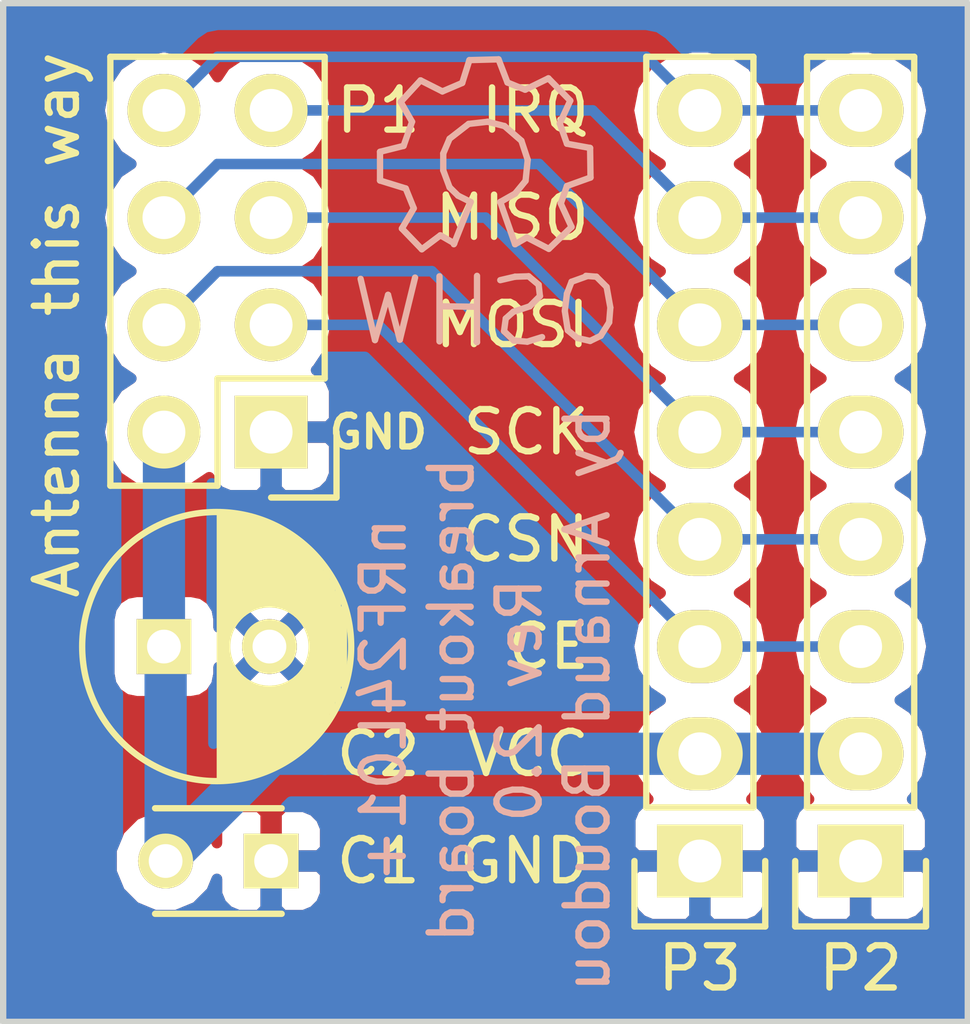
<source format=kicad_pcb>
(kicad_pcb (version 4) (host pcbnew 4.0.2-stable)

  (general
    (links 20)
    (no_connects 0)
    (area 156.491786 92.27588 182.908334 118.375)
    (thickness 1.6)
    (drawings 15)
    (tracks 29)
    (zones 0)
    (modules 6)
    (nets 9)
  )

  (page A4)
  (title_block
    (title "nRF24L01 Breakout Board")
    (date 2016-06-10)
    (rev 2.0)
    (company "Arnaud Boudou")
  )

  (layers
    (0 F.Cu signal)
    (31 B.Cu signal)
    (32 B.Adhes user)
    (33 F.Adhes user)
    (34 B.Paste user)
    (35 F.Paste user)
    (36 B.SilkS user)
    (37 F.SilkS user)
    (38 B.Mask user)
    (39 F.Mask user)
    (40 Dwgs.User user)
    (41 Cmts.User user)
    (42 Eco1.User user)
    (43 Eco2.User user)
    (44 Edge.Cuts user)
    (45 Margin user)
    (46 B.CrtYd user hide)
    (47 F.CrtYd user hide)
    (48 B.Fab user hide)
    (49 F.Fab user hide)
  )

  (setup
    (last_trace_width 0.25)
    (user_trace_width 1)
    (trace_clearance 0.2)
    (zone_clearance 0.508)
    (zone_45_only no)
    (trace_min 0.2)
    (segment_width 0.2)
    (edge_width 0.15)
    (via_size 0.6)
    (via_drill 0.4)
    (via_min_size 0.4)
    (via_min_drill 0.3)
    (uvia_size 0.3)
    (uvia_drill 0.1)
    (uvias_allowed no)
    (uvia_min_size 0.2)
    (uvia_min_drill 0.1)
    (pcb_text_width 0.3)
    (pcb_text_size 1.5 1.5)
    (mod_edge_width 0.15)
    (mod_text_size 1 1)
    (mod_text_width 0.15)
    (pad_size 1.524 1.524)
    (pad_drill 0.762)
    (pad_to_mask_clearance 0.2)
    (aux_axis_origin 0 0)
    (visible_elements FFFFFF7F)
    (pcbplotparams
      (layerselection 0x010f0_80000001)
      (usegerberextensions true)
      (excludeedgelayer true)
      (linewidth 0.100000)
      (plotframeref false)
      (viasonmask false)
      (mode 1)
      (useauxorigin false)
      (hpglpennumber 1)
      (hpglpenspeed 20)
      (hpglpendiameter 15)
      (hpglpenoverlay 2)
      (psnegative false)
      (psa4output false)
      (plotreference true)
      (plotvalue true)
      (plotinvisibletext false)
      (padsonsilk false)
      (subtractmaskfromsilk false)
      (outputformat 1)
      (mirror false)
      (drillshape 0)
      (scaleselection 1)
      (outputdirectory Gerber/))
  )

  (net 0 "")
  (net 1 GNDPWR)
  (net 2 "Net-(C1-Pad2)")
  (net 3 "Net-(P1-Pad3)")
  (net 4 "Net-(P1-Pad4)")
  (net 5 "Net-(P1-Pad5)")
  (net 6 "Net-(P1-Pad6)")
  (net 7 "Net-(P1-Pad7)")
  (net 8 "Net-(P1-Pad8)")

  (net_class Default "This is the default net class."
    (clearance 0.2)
    (trace_width 0.25)
    (via_dia 0.6)
    (via_drill 0.4)
    (uvia_dia 0.3)
    (uvia_drill 0.1)
    (add_net GNDPWR)
    (add_net "Net-(C1-Pad2)")
    (add_net "Net-(P1-Pad3)")
    (add_net "Net-(P1-Pad4)")
    (add_net "Net-(P1-Pad5)")
    (add_net "Net-(P1-Pad6)")
    (add_net "Net-(P1-Pad7)")
    (add_net "Net-(P1-Pad8)")
  )

  (module Capacitors_ThroughHole:C_Disc_D3_P2.5 (layer F.Cu) (tedit 575AB21A) (tstamp 57420ED9)
    (at 163.83 114.3 180)
    (descr "Capacitor 3mm Disc, Pitch 2.5mm")
    (tags Capacitor)
    (path /57420B11)
    (fp_text reference C1 (at -2.54 0 180) (layer F.SilkS)
      (effects (font (size 1 1) (thickness 0.15)))
    )
    (fp_text value "100 µF" (at 1.25 2.5 180) (layer F.Fab) hide
      (effects (font (size 1 1) (thickness 0.15)))
    )
    (fp_line (start -0.9 -1.5) (end 3.4 -1.5) (layer F.CrtYd) (width 0.05))
    (fp_line (start 3.4 -1.5) (end 3.4 1.5) (layer F.CrtYd) (width 0.05))
    (fp_line (start 3.4 1.5) (end -0.9 1.5) (layer F.CrtYd) (width 0.05))
    (fp_line (start -0.9 1.5) (end -0.9 -1.5) (layer F.CrtYd) (width 0.05))
    (fp_line (start -0.25 -1.25) (end 2.75 -1.25) (layer F.SilkS) (width 0.15))
    (fp_line (start 2.75 1.25) (end -0.25 1.25) (layer F.SilkS) (width 0.15))
    (pad 1 thru_hole rect (at 0 0 180) (size 1.3 1.3) (drill 0.8) (layers *.Cu *.Mask F.SilkS)
      (net 1 GNDPWR))
    (pad 2 thru_hole circle (at 2.5 0 180) (size 1.3 1.3) (drill 0.8001) (layers *.Cu *.Mask F.SilkS)
      (net 2 "Net-(C1-Pad2)"))
    (model Capacitors_ThroughHole.3dshapes/C_Disc_D3_P2.5.wrl
      (at (xyz 0.0492126 0 0))
      (scale (xyz 1 1 1))
      (rotate (xyz 0 0 0))
    )
  )

  (module Capacitors_ThroughHole:C_Radial_D6.3_L11.2_P2.5 (layer F.Cu) (tedit 5747F325) (tstamp 57420EDF)
    (at 161.29 109.22)
    (descr "Radial Electrolytic Capacitor, Diameter 6.3mm x Length 11.2mm, Pitch 2.5mm")
    (tags "Electrolytic Capacitor")
    (path /57420B4A)
    (fp_text reference C2 (at 5.08 2.54) (layer F.SilkS)
      (effects (font (size 1 1) (thickness 0.15)))
    )
    (fp_text value "0.1 µF" (at 1.25 4.4) (layer F.Fab) hide
      (effects (font (size 1 1) (thickness 0.15)))
    )
    (fp_line (start 1.325 -3.149) (end 1.325 3.149) (layer F.SilkS) (width 0.15))
    (fp_line (start 1.465 -3.143) (end 1.465 3.143) (layer F.SilkS) (width 0.15))
    (fp_line (start 1.605 -3.13) (end 1.605 -0.446) (layer F.SilkS) (width 0.15))
    (fp_line (start 1.605 0.446) (end 1.605 3.13) (layer F.SilkS) (width 0.15))
    (fp_line (start 1.745 -3.111) (end 1.745 -0.656) (layer F.SilkS) (width 0.15))
    (fp_line (start 1.745 0.656) (end 1.745 3.111) (layer F.SilkS) (width 0.15))
    (fp_line (start 1.885 -3.085) (end 1.885 -0.789) (layer F.SilkS) (width 0.15))
    (fp_line (start 1.885 0.789) (end 1.885 3.085) (layer F.SilkS) (width 0.15))
    (fp_line (start 2.025 -3.053) (end 2.025 -0.88) (layer F.SilkS) (width 0.15))
    (fp_line (start 2.025 0.88) (end 2.025 3.053) (layer F.SilkS) (width 0.15))
    (fp_line (start 2.165 -3.014) (end 2.165 -0.942) (layer F.SilkS) (width 0.15))
    (fp_line (start 2.165 0.942) (end 2.165 3.014) (layer F.SilkS) (width 0.15))
    (fp_line (start 2.305 -2.968) (end 2.305 -0.981) (layer F.SilkS) (width 0.15))
    (fp_line (start 2.305 0.981) (end 2.305 2.968) (layer F.SilkS) (width 0.15))
    (fp_line (start 2.445 -2.915) (end 2.445 -0.998) (layer F.SilkS) (width 0.15))
    (fp_line (start 2.445 0.998) (end 2.445 2.915) (layer F.SilkS) (width 0.15))
    (fp_line (start 2.585 -2.853) (end 2.585 -0.996) (layer F.SilkS) (width 0.15))
    (fp_line (start 2.585 0.996) (end 2.585 2.853) (layer F.SilkS) (width 0.15))
    (fp_line (start 2.725 -2.783) (end 2.725 -0.974) (layer F.SilkS) (width 0.15))
    (fp_line (start 2.725 0.974) (end 2.725 2.783) (layer F.SilkS) (width 0.15))
    (fp_line (start 2.865 -2.704) (end 2.865 -0.931) (layer F.SilkS) (width 0.15))
    (fp_line (start 2.865 0.931) (end 2.865 2.704) (layer F.SilkS) (width 0.15))
    (fp_line (start 3.005 -2.616) (end 3.005 -0.863) (layer F.SilkS) (width 0.15))
    (fp_line (start 3.005 0.863) (end 3.005 2.616) (layer F.SilkS) (width 0.15))
    (fp_line (start 3.145 -2.516) (end 3.145 -0.764) (layer F.SilkS) (width 0.15))
    (fp_line (start 3.145 0.764) (end 3.145 2.516) (layer F.SilkS) (width 0.15))
    (fp_line (start 3.285 -2.404) (end 3.285 -0.619) (layer F.SilkS) (width 0.15))
    (fp_line (start 3.285 0.619) (end 3.285 2.404) (layer F.SilkS) (width 0.15))
    (fp_line (start 3.425 -2.279) (end 3.425 -0.38) (layer F.SilkS) (width 0.15))
    (fp_line (start 3.425 0.38) (end 3.425 2.279) (layer F.SilkS) (width 0.15))
    (fp_line (start 3.565 -2.136) (end 3.565 2.136) (layer F.SilkS) (width 0.15))
    (fp_line (start 3.705 -1.974) (end 3.705 1.974) (layer F.SilkS) (width 0.15))
    (fp_line (start 3.845 -1.786) (end 3.845 1.786) (layer F.SilkS) (width 0.15))
    (fp_line (start 3.985 -1.563) (end 3.985 1.563) (layer F.SilkS) (width 0.15))
    (fp_line (start 4.125 -1.287) (end 4.125 1.287) (layer F.SilkS) (width 0.15))
    (fp_line (start 4.265 -0.912) (end 4.265 0.912) (layer F.SilkS) (width 0.15))
    (fp_circle (center 2.5 0) (end 2.5 -1) (layer F.SilkS) (width 0.15))
    (fp_circle (center 1.25 0) (end 1.25 -3.1875) (layer F.SilkS) (width 0.15))
    (fp_circle (center 1.25 0) (end 1.25 -3.4) (layer F.CrtYd) (width 0.05))
    (pad 2 thru_hole circle (at 2.5 0) (size 1.3 1.3) (drill 0.8) (layers *.Cu *.Mask F.SilkS)
      (net 1 GNDPWR))
    (pad 1 thru_hole rect (at 0 0) (size 1.3 1.3) (drill 0.8) (layers *.Cu *.Mask F.SilkS)
      (net 2 "Net-(C1-Pad2)"))
    (model Capacitors_ThroughHole.3dshapes/C_Radial_D6.3_L11.2_P2.5.wrl
      (at (xyz 0 0 0))
      (scale (xyz 1 1 1))
      (rotate (xyz 0 0 0))
    )
  )

  (module Pin_Headers:Pin_Header_Straight_2x04 (layer F.Cu) (tedit 575AAF3D) (tstamp 57420EEB)
    (at 163.83 104.14 180)
    (descr "Through hole pin header")
    (tags "pin header")
    (path /5742095D)
    (fp_text reference P1 (at -2.54 7.62 180) (layer F.SilkS)
      (effects (font (size 1 1) (thickness 0.15)))
    )
    (fp_text value CONN_02X04 (at 0 -3.1 180) (layer F.Fab) hide
      (effects (font (size 1 1) (thickness 0.15)))
    )
    (fp_line (start -1.75 -1.75) (end -1.75 9.4) (layer F.CrtYd) (width 0.05))
    (fp_line (start 4.3 -1.75) (end 4.3 9.4) (layer F.CrtYd) (width 0.05))
    (fp_line (start -1.75 -1.75) (end 4.3 -1.75) (layer F.CrtYd) (width 0.05))
    (fp_line (start -1.75 9.4) (end 4.3 9.4) (layer F.CrtYd) (width 0.05))
    (fp_line (start -1.27 1.27) (end -1.27 8.89) (layer F.SilkS) (width 0.15))
    (fp_line (start -1.27 8.89) (end 3.81 8.89) (layer F.SilkS) (width 0.15))
    (fp_line (start 3.81 8.89) (end 3.81 -1.27) (layer F.SilkS) (width 0.15))
    (fp_line (start 3.81 -1.27) (end 1.27 -1.27) (layer F.SilkS) (width 0.15))
    (fp_line (start 0 -1.55) (end -1.55 -1.55) (layer F.SilkS) (width 0.15))
    (fp_line (start 1.27 -1.27) (end 1.27 1.27) (layer F.SilkS) (width 0.15))
    (fp_line (start 1.27 1.27) (end -1.27 1.27) (layer F.SilkS) (width 0.15))
    (fp_line (start -1.55 -1.55) (end -1.55 0) (layer F.SilkS) (width 0.15))
    (pad 1 thru_hole rect (at 0 0 180) (size 1.7272 1.7272) (drill 1.016) (layers *.Cu *.Mask F.SilkS)
      (net 1 GNDPWR))
    (pad 2 thru_hole oval (at 2.54 0 180) (size 1.7272 1.7272) (drill 1.016) (layers *.Cu *.Mask F.SilkS)
      (net 2 "Net-(C1-Pad2)"))
    (pad 3 thru_hole oval (at 0 2.54 180) (size 1.7272 1.7272) (drill 1.016) (layers *.Cu *.Mask F.SilkS)
      (net 3 "Net-(P1-Pad3)"))
    (pad 4 thru_hole oval (at 2.54 2.54 180) (size 1.7272 1.7272) (drill 1.016) (layers *.Cu *.Mask F.SilkS)
      (net 4 "Net-(P1-Pad4)"))
    (pad 5 thru_hole oval (at 0 5.08 180) (size 1.7272 1.7272) (drill 1.016) (layers *.Cu *.Mask F.SilkS)
      (net 5 "Net-(P1-Pad5)"))
    (pad 6 thru_hole oval (at 2.54 5.08 180) (size 1.7272 1.7272) (drill 1.016) (layers *.Cu *.Mask F.SilkS)
      (net 6 "Net-(P1-Pad6)"))
    (pad 7 thru_hole oval (at 0 7.62 180) (size 1.7272 1.7272) (drill 1.016) (layers *.Cu *.Mask F.SilkS)
      (net 7 "Net-(P1-Pad7)"))
    (pad 8 thru_hole oval (at 2.54 7.62 180) (size 1.7272 1.7272) (drill 1.016) (layers *.Cu *.Mask F.SilkS)
      (net 8 "Net-(P1-Pad8)"))
    (model Pin_Headers.3dshapes/Pin_Header_Straight_2x04.wrl
      (at (xyz 0.05 -0.15 0))
      (scale (xyz 1 1 1))
      (rotate (xyz 0 0 90))
    )
  )

  (module Pin_Headers:Pin_Header_Straight_1x08 (layer F.Cu) (tedit 5747F022) (tstamp 57420EF7)
    (at 177.8 114.3 180)
    (descr "Through hole pin header")
    (tags "pin header")
    (path /574209FC)
    (fp_text reference P2 (at 0 -2.54 180) (layer F.SilkS)
      (effects (font (size 1 1) (thickness 0.15)))
    )
    (fp_text value CONN_01X08 (at 0 -3.1 180) (layer F.Fab) hide
      (effects (font (size 1 1) (thickness 0.15)))
    )
    (fp_line (start -1.75 -1.75) (end -1.75 19.55) (layer F.CrtYd) (width 0.05))
    (fp_line (start 1.75 -1.75) (end 1.75 19.55) (layer F.CrtYd) (width 0.05))
    (fp_line (start -1.75 -1.75) (end 1.75 -1.75) (layer F.CrtYd) (width 0.05))
    (fp_line (start -1.75 19.55) (end 1.75 19.55) (layer F.CrtYd) (width 0.05))
    (fp_line (start 1.27 1.27) (end 1.27 19.05) (layer F.SilkS) (width 0.15))
    (fp_line (start 1.27 19.05) (end -1.27 19.05) (layer F.SilkS) (width 0.15))
    (fp_line (start -1.27 19.05) (end -1.27 1.27) (layer F.SilkS) (width 0.15))
    (fp_line (start 1.55 -1.55) (end 1.55 0) (layer F.SilkS) (width 0.15))
    (fp_line (start 1.27 1.27) (end -1.27 1.27) (layer F.SilkS) (width 0.15))
    (fp_line (start -1.55 0) (end -1.55 -1.55) (layer F.SilkS) (width 0.15))
    (fp_line (start -1.55 -1.55) (end 1.55 -1.55) (layer F.SilkS) (width 0.15))
    (pad 1 thru_hole rect (at 0 0 180) (size 2.032 1.7272) (drill 1.016) (layers *.Cu *.Mask F.SilkS)
      (net 1 GNDPWR))
    (pad 2 thru_hole oval (at 0 2.54 180) (size 2.032 1.7272) (drill 1.016) (layers *.Cu *.Mask F.SilkS)
      (net 2 "Net-(C1-Pad2)"))
    (pad 3 thru_hole oval (at 0 5.08 180) (size 2.032 1.7272) (drill 1.016) (layers *.Cu *.Mask F.SilkS)
      (net 3 "Net-(P1-Pad3)"))
    (pad 4 thru_hole oval (at 0 7.62 180) (size 2.032 1.7272) (drill 1.016) (layers *.Cu *.Mask F.SilkS)
      (net 4 "Net-(P1-Pad4)"))
    (pad 5 thru_hole oval (at 0 10.16 180) (size 2.032 1.7272) (drill 1.016) (layers *.Cu *.Mask F.SilkS)
      (net 5 "Net-(P1-Pad5)"))
    (pad 6 thru_hole oval (at 0 12.7 180) (size 2.032 1.7272) (drill 1.016) (layers *.Cu *.Mask F.SilkS)
      (net 6 "Net-(P1-Pad6)"))
    (pad 7 thru_hole oval (at 0 15.24 180) (size 2.032 1.7272) (drill 1.016) (layers *.Cu *.Mask F.SilkS)
      (net 7 "Net-(P1-Pad7)"))
    (pad 8 thru_hole oval (at 0 17.78 180) (size 2.032 1.7272) (drill 1.016) (layers *.Cu *.Mask F.SilkS)
      (net 8 "Net-(P1-Pad8)"))
    (model Pin_Headers.3dshapes/Pin_Header_Straight_1x08.wrl
      (at (xyz 0 -0.35 0))
      (scale (xyz 1 1 1))
      (rotate (xyz 0 0 90))
    )
  )

  (module Pin_Headers:Pin_Header_Straight_1x08 (layer F.Cu) (tedit 5747F01C) (tstamp 57420F03)
    (at 173.99 114.3 180)
    (descr "Through hole pin header")
    (tags "pin header")
    (path /57420994)
    (fp_text reference P3 (at 0 -2.54 180) (layer F.SilkS)
      (effects (font (size 1 1) (thickness 0.15)))
    )
    (fp_text value CONN_01X08 (at 0 -3.1 180) (layer F.Fab) hide
      (effects (font (size 1 1) (thickness 0.15)))
    )
    (fp_line (start -1.75 -1.75) (end -1.75 19.55) (layer F.CrtYd) (width 0.05))
    (fp_line (start 1.75 -1.75) (end 1.75 19.55) (layer F.CrtYd) (width 0.05))
    (fp_line (start -1.75 -1.75) (end 1.75 -1.75) (layer F.CrtYd) (width 0.05))
    (fp_line (start -1.75 19.55) (end 1.75 19.55) (layer F.CrtYd) (width 0.05))
    (fp_line (start 1.27 1.27) (end 1.27 19.05) (layer F.SilkS) (width 0.15))
    (fp_line (start 1.27 19.05) (end -1.27 19.05) (layer F.SilkS) (width 0.15))
    (fp_line (start -1.27 19.05) (end -1.27 1.27) (layer F.SilkS) (width 0.15))
    (fp_line (start 1.55 -1.55) (end 1.55 0) (layer F.SilkS) (width 0.15))
    (fp_line (start 1.27 1.27) (end -1.27 1.27) (layer F.SilkS) (width 0.15))
    (fp_line (start -1.55 0) (end -1.55 -1.55) (layer F.SilkS) (width 0.15))
    (fp_line (start -1.55 -1.55) (end 1.55 -1.55) (layer F.SilkS) (width 0.15))
    (pad 1 thru_hole rect (at 0 0 180) (size 2.032 1.7272) (drill 1.016) (layers *.Cu *.Mask F.SilkS)
      (net 1 GNDPWR))
    (pad 2 thru_hole oval (at 0 2.54 180) (size 2.032 1.7272) (drill 1.016) (layers *.Cu *.Mask F.SilkS)
      (net 2 "Net-(C1-Pad2)"))
    (pad 3 thru_hole oval (at 0 5.08 180) (size 2.032 1.7272) (drill 1.016) (layers *.Cu *.Mask F.SilkS)
      (net 3 "Net-(P1-Pad3)"))
    (pad 4 thru_hole oval (at 0 7.62 180) (size 2.032 1.7272) (drill 1.016) (layers *.Cu *.Mask F.SilkS)
      (net 4 "Net-(P1-Pad4)"))
    (pad 5 thru_hole oval (at 0 10.16 180) (size 2.032 1.7272) (drill 1.016) (layers *.Cu *.Mask F.SilkS)
      (net 5 "Net-(P1-Pad5)"))
    (pad 6 thru_hole oval (at 0 12.7 180) (size 2.032 1.7272) (drill 1.016) (layers *.Cu *.Mask F.SilkS)
      (net 6 "Net-(P1-Pad6)"))
    (pad 7 thru_hole oval (at 0 15.24 180) (size 2.032 1.7272) (drill 1.016) (layers *.Cu *.Mask F.SilkS)
      (net 7 "Net-(P1-Pad7)"))
    (pad 8 thru_hole oval (at 0 17.78 180) (size 2.032 1.7272) (drill 1.016) (layers *.Cu *.Mask F.SilkS)
      (net 8 "Net-(P1-Pad8)"))
    (model Pin_Headers.3dshapes/Pin_Header_Straight_1x08.wrl
      (at (xyz 0 -0.35 0))
      (scale (xyz 1 1 1))
      (rotate (xyz 0 0 90))
    )
  )

  (module Symbols:Symbol_OSHW-Logo_SilkScreen (layer B.Cu) (tedit 574826DF) (tstamp 574EC7CF)
    (at 168.91 97.79 180)
    (descr "Symbol, OSHW-Logo, Silk Screen,")
    (tags "Symbol, OSHW-Logo, Silk Screen,")
    (fp_text reference REF** (at 0.09906 4.38912 180) (layer B.SilkS) hide
      (effects (font (size 1 1) (thickness 0.15)) (justify mirror))
    )
    (fp_text value Symbol_OSHW-Logo_SilkScreen (at 0.30988 -6.56082 180) (layer B.Fab)
      (effects (font (size 1 1) (thickness 0.15)) (justify mirror))
    )
    (fp_line (start 1.66878 -2.68986) (end 2.02946 -4.16052) (layer B.SilkS) (width 0.15))
    (fp_line (start 2.02946 -4.16052) (end 2.30886 -3.0988) (layer B.SilkS) (width 0.15))
    (fp_line (start 2.30886 -3.0988) (end 2.61874 -4.17068) (layer B.SilkS) (width 0.15))
    (fp_line (start 2.61874 -4.17068) (end 2.9591 -2.72034) (layer B.SilkS) (width 0.15))
    (fp_line (start 0.24892 -3.38074) (end 1.03886 -3.37058) (layer B.SilkS) (width 0.15))
    (fp_line (start 1.03886 -3.37058) (end 1.04902 -3.38074) (layer B.SilkS) (width 0.15))
    (fp_line (start 1.04902 -3.38074) (end 1.04902 -3.37058) (layer B.SilkS) (width 0.15))
    (fp_line (start 1.08966 -2.65938) (end 1.08966 -4.20116) (layer B.SilkS) (width 0.15))
    (fp_line (start 0.20066 -2.64922) (end 0.20066 -4.21894) (layer B.SilkS) (width 0.15))
    (fp_line (start 0.20066 -4.21894) (end 0.21082 -4.20878) (layer B.SilkS) (width 0.15))
    (fp_line (start -0.35052 -2.75082) (end -0.70104 -2.66954) (layer B.SilkS) (width 0.15))
    (fp_line (start -0.70104 -2.66954) (end -1.02108 -2.65938) (layer B.SilkS) (width 0.15))
    (fp_line (start -1.02108 -2.65938) (end -1.25984 -2.86004) (layer B.SilkS) (width 0.15))
    (fp_line (start -1.25984 -2.86004) (end -1.29032 -3.12928) (layer B.SilkS) (width 0.15))
    (fp_line (start -1.29032 -3.12928) (end -1.04902 -3.37058) (layer B.SilkS) (width 0.15))
    (fp_line (start -1.04902 -3.37058) (end -0.6604 -3.50012) (layer B.SilkS) (width 0.15))
    (fp_line (start -0.6604 -3.50012) (end -0.48006 -3.66014) (layer B.SilkS) (width 0.15))
    (fp_line (start -0.48006 -3.66014) (end -0.43942 -3.95986) (layer B.SilkS) (width 0.15))
    (fp_line (start -0.43942 -3.95986) (end -0.67056 -4.18084) (layer B.SilkS) (width 0.15))
    (fp_line (start -0.67056 -4.18084) (end -0.9906 -4.20878) (layer B.SilkS) (width 0.15))
    (fp_line (start -0.9906 -4.20878) (end -1.34112 -4.09956) (layer B.SilkS) (width 0.15))
    (fp_line (start -2.37998 -2.64922) (end -2.6289 -2.66954) (layer B.SilkS) (width 0.15))
    (fp_line (start -2.6289 -2.66954) (end -2.8702 -2.91084) (layer B.SilkS) (width 0.15))
    (fp_line (start -2.8702 -2.91084) (end -2.9591 -3.40106) (layer B.SilkS) (width 0.15))
    (fp_line (start -2.9591 -3.40106) (end -2.93116 -3.74904) (layer B.SilkS) (width 0.15))
    (fp_line (start -2.93116 -3.74904) (end -2.7305 -4.06908) (layer B.SilkS) (width 0.15))
    (fp_line (start -2.7305 -4.06908) (end -2.47904 -4.191) (layer B.SilkS) (width 0.15))
    (fp_line (start -2.47904 -4.191) (end -2.16916 -4.11988) (layer B.SilkS) (width 0.15))
    (fp_line (start -2.16916 -4.11988) (end -1.95072 -3.93954) (layer B.SilkS) (width 0.15))
    (fp_line (start -1.95072 -3.93954) (end -1.8796 -3.4798) (layer B.SilkS) (width 0.15))
    (fp_line (start -1.8796 -3.4798) (end -1.9304 -3.07086) (layer B.SilkS) (width 0.15))
    (fp_line (start -1.9304 -3.07086) (end -2.03962 -2.78892) (layer B.SilkS) (width 0.15))
    (fp_line (start -2.03962 -2.78892) (end -2.4003 -2.65938) (layer B.SilkS) (width 0.15))
    (fp_line (start -1.78054 -0.92964) (end -2.03962 -1.49098) (layer B.SilkS) (width 0.15))
    (fp_line (start -2.03962 -1.49098) (end -1.50114 -2.00914) (layer B.SilkS) (width 0.15))
    (fp_line (start -1.50114 -2.00914) (end -0.98044 -1.7399) (layer B.SilkS) (width 0.15))
    (fp_line (start -0.98044 -1.7399) (end -0.70104 -1.89992) (layer B.SilkS) (width 0.15))
    (fp_line (start 0.73914 -1.8796) (end 1.06934 -1.6891) (layer B.SilkS) (width 0.15))
    (fp_line (start 1.06934 -1.6891) (end 1.50876 -2.0193) (layer B.SilkS) (width 0.15))
    (fp_line (start 1.50876 -2.0193) (end 1.9812 -1.52908) (layer B.SilkS) (width 0.15))
    (fp_line (start 1.9812 -1.52908) (end 1.69926 -1.04902) (layer B.SilkS) (width 0.15))
    (fp_line (start 1.69926 -1.04902) (end 1.88976 -0.57912) (layer B.SilkS) (width 0.15))
    (fp_line (start 1.88976 -0.57912) (end 2.49936 -0.39116) (layer B.SilkS) (width 0.15))
    (fp_line (start 2.49936 -0.39116) (end 2.49936 0.28956) (layer B.SilkS) (width 0.15))
    (fp_line (start 2.49936 0.28956) (end 1.94056 0.42926) (layer B.SilkS) (width 0.15))
    (fp_line (start 1.94056 0.42926) (end 1.7399 1.00076) (layer B.SilkS) (width 0.15))
    (fp_line (start 1.7399 1.00076) (end 2.00914 1.47066) (layer B.SilkS) (width 0.15))
    (fp_line (start 2.00914 1.47066) (end 1.53924 1.9812) (layer B.SilkS) (width 0.15))
    (fp_line (start 1.53924 1.9812) (end 1.02108 1.71958) (layer B.SilkS) (width 0.15))
    (fp_line (start 1.02108 1.71958) (end 0.55118 1.92024) (layer B.SilkS) (width 0.15))
    (fp_line (start 0.55118 1.92024) (end 0.381 2.46126) (layer B.SilkS) (width 0.15))
    (fp_line (start 0.381 2.46126) (end -0.30988 2.47904) (layer B.SilkS) (width 0.15))
    (fp_line (start -0.30988 2.47904) (end -0.5207 1.9304) (layer B.SilkS) (width 0.15))
    (fp_line (start -0.5207 1.9304) (end -0.9398 1.76022) (layer B.SilkS) (width 0.15))
    (fp_line (start -0.9398 1.76022) (end -1.49098 2.02946) (layer B.SilkS) (width 0.15))
    (fp_line (start -1.49098 2.02946) (end -2.00914 1.50114) (layer B.SilkS) (width 0.15))
    (fp_line (start -2.00914 1.50114) (end -1.76022 0.96012) (layer B.SilkS) (width 0.15))
    (fp_line (start -1.76022 0.96012) (end -1.9304 0.48006) (layer B.SilkS) (width 0.15))
    (fp_line (start -1.9304 0.48006) (end -2.47904 0.381) (layer B.SilkS) (width 0.15))
    (fp_line (start -2.47904 0.381) (end -2.4892 -0.32004) (layer B.SilkS) (width 0.15))
    (fp_line (start -2.4892 -0.32004) (end -1.9304 -0.5207) (layer B.SilkS) (width 0.15))
    (fp_line (start -1.9304 -0.5207) (end -1.7907 -0.91948) (layer B.SilkS) (width 0.15))
    (fp_line (start 0.35052 -0.89916) (end 0.65024 -0.7493) (layer B.SilkS) (width 0.15))
    (fp_line (start 0.65024 -0.7493) (end 0.8509 -0.55118) (layer B.SilkS) (width 0.15))
    (fp_line (start 0.8509 -0.55118) (end 1.00076 -0.14986) (layer B.SilkS) (width 0.15))
    (fp_line (start 1.00076 -0.14986) (end 1.00076 0.24892) (layer B.SilkS) (width 0.15))
    (fp_line (start 1.00076 0.24892) (end 0.8509 0.59944) (layer B.SilkS) (width 0.15))
    (fp_line (start 0.8509 0.59944) (end 0.39878 0.94996) (layer B.SilkS) (width 0.15))
    (fp_line (start 0.39878 0.94996) (end -0.0508 1.00076) (layer B.SilkS) (width 0.15))
    (fp_line (start -0.0508 1.00076) (end -0.44958 0.89916) (layer B.SilkS) (width 0.15))
    (fp_line (start -0.44958 0.89916) (end -0.8509 0.55118) (layer B.SilkS) (width 0.15))
    (fp_line (start -0.8509 0.55118) (end -1.00076 0.09906) (layer B.SilkS) (width 0.15))
    (fp_line (start -1.00076 0.09906) (end -0.94996 -0.39878) (layer B.SilkS) (width 0.15))
    (fp_line (start -0.94996 -0.39878) (end -0.70104 -0.70104) (layer B.SilkS) (width 0.15))
    (fp_line (start -0.70104 -0.70104) (end -0.35052 -0.89916) (layer B.SilkS) (width 0.15))
    (fp_line (start -0.35052 -0.89916) (end -0.70104 -1.89992) (layer B.SilkS) (width 0.15))
    (fp_line (start 0.35052 -0.89916) (end 0.7493 -1.89992) (layer B.SilkS) (width 0.15))
  )

  (gr_line (start 157.48 118.11) (end 157.48 93.98) (angle 90) (layer Edge.Cuts) (width 0.15))
  (gr_line (start 180.34 118.11) (end 157.48 118.11) (angle 90) (layer Edge.Cuts) (width 0.15))
  (gr_line (start 180.34 93.98) (end 180.34 118.11) (angle 90) (layer Edge.Cuts) (width 0.15))
  (gr_line (start 157.48 93.98) (end 180.34 93.98) (angle 90) (layer Edge.Cuts) (width 0.15))
  (gr_text "Antenna this way" (at 158.75 101.6 90) (layer F.SilkS)
    (effects (font (size 1 1) (thickness 0.15)))
  )
  (gr_text IRQ (at 171.45 96.52) (layer F.SilkS)
    (effects (font (size 1 1) (thickness 0.15)) (justify right))
  )
  (gr_text MISO (at 171.45 99.06) (layer F.SilkS)
    (effects (font (size 1 1) (thickness 0.15)) (justify right))
  )
  (gr_text MOSI (at 171.45 101.6) (layer F.SilkS)
    (effects (font (size 1 1) (thickness 0.15)) (justify right))
  )
  (gr_text SCK (at 171.45 104.14) (layer F.SilkS)
    (effects (font (size 1 1) (thickness 0.15)) (justify right))
  )
  (gr_text CSN (at 171.45 106.68) (layer F.SilkS)
    (effects (font (size 1 1) (thickness 0.15)) (justify right))
  )
  (gr_text CE (at 171.45 109.22) (layer F.SilkS)
    (effects (font (size 1 1) (thickness 0.15)) (justify right))
  )
  (gr_text VCC (at 171.45 111.76) (layer F.SilkS)
    (effects (font (size 1 1) (thickness 0.15)) (justify right))
  )
  (gr_text GND (at 171.45 114.3) (layer F.SilkS)
    (effects (font (size 1 1) (thickness 0.15)) (justify right))
  )
  (gr_text "nRF24L01+\nbreakout board\nRev 2.0\nby Arnaud Boudou" (at 168.91 110.49 90) (layer B.SilkS)
    (effects (font (size 1 1) (thickness 0.15)) (justify mirror))
  )
  (gr_text GND (at 166.37 104.14) (layer F.SilkS)
    (effects (font (size 0.75 0.75) (thickness 0.15)))
  )

  (segment (start 177.8 111.76) (end 173.99 111.76) (width 1) (layer B.Cu) (net 2))
  (segment (start 173.99 111.76) (end 165.1 111.76) (width 1) (layer B.Cu) (net 2) (tstamp 575AB2B9))
  (segment (start 165.1 111.76) (end 163.83 111.76) (width 1) (layer B.Cu) (net 2) (tstamp 575AB2BB))
  (segment (start 163.83 111.76) (end 161.33 114.26) (width 1) (layer B.Cu) (net 2) (tstamp 575AB2C2))
  (segment (start 161.33 114.26) (end 161.33 109.26) (width 1) (layer B.Cu) (net 2) (tstamp 575AB2C5))
  (segment (start 161.33 109.26) (end 161.29 109.22) (width 1) (layer B.Cu) (net 2) (tstamp 575AB2CB))
  (segment (start 161.29 109.22) (end 161.29 104.14) (width 1) (layer B.Cu) (net 2) (tstamp 575AB2CC))
  (segment (start 163.83 101.6) (end 166.37 101.6) (width 0.25) (layer B.Cu) (net 3))
  (segment (start 166.37 101.6) (end 173.99 109.22) (width 0.25) (layer B.Cu) (net 3) (tstamp 575AB3BD))
  (segment (start 177.8 109.22) (end 173.99 109.22) (width 0.25) (layer B.Cu) (net 3))
  (segment (start 161.29 101.6) (end 162.56 100.33) (width 0.25) (layer B.Cu) (net 4))
  (segment (start 167.64 100.33) (end 173.99 106.68) (width 0.25) (layer B.Cu) (net 4) (tstamp 575AB3B8))
  (segment (start 162.56 100.33) (end 167.64 100.33) (width 0.25) (layer B.Cu) (net 4) (tstamp 575AB3B7))
  (segment (start 177.8 106.68) (end 173.99 106.68) (width 0.25) (layer B.Cu) (net 4))
  (segment (start 163.83 99.06) (end 168.91 99.06) (width 0.25) (layer B.Cu) (net 5))
  (segment (start 168.91 99.06) (end 173.99 104.14) (width 0.25) (layer B.Cu) (net 5) (tstamp 575AB3AF))
  (segment (start 177.8 104.14) (end 173.99 104.14) (width 0.25) (layer B.Cu) (net 5))
  (segment (start 161.29 99.06) (end 162.56 97.79) (width 0.25) (layer B.Cu) (net 6))
  (segment (start 170.18 97.79) (end 173.99 101.6) (width 0.25) (layer B.Cu) (net 6) (tstamp 575AB3A6))
  (segment (start 162.56 97.79) (end 170.18 97.79) (width 0.25) (layer B.Cu) (net 6) (tstamp 575AB3A5))
  (segment (start 177.8 101.6) (end 173.99 101.6) (width 0.25) (layer B.Cu) (net 6))
  (segment (start 173.99 99.06) (end 171.45 96.52) (width 0.25) (layer B.Cu) (net 7))
  (segment (start 171.45 96.52) (end 163.83 96.52) (width 0.25) (layer B.Cu) (net 7) (tstamp 575AB39C))
  (segment (start 177.8 99.06) (end 173.99 99.06) (width 0.25) (layer B.Cu) (net 7))
  (segment (start 161.29 96.52) (end 162.56 95.25) (width 0.25) (layer B.Cu) (net 8))
  (segment (start 172.72 95.25) (end 173.99 96.52) (width 0.25) (layer B.Cu) (net 8) (tstamp 575AB379))
  (segment (start 171.45 95.25) (end 172.72 95.25) (width 0.25) (layer B.Cu) (net 8) (tstamp 575AB374))
  (segment (start 162.56 95.25) (end 171.45 95.25) (width 0.25) (layer B.Cu) (net 8) (tstamp 575AB373))
  (segment (start 177.8 96.52) (end 173.99 96.52) (width 0.25) (layer B.Cu) (net 8))

  (zone (net 1) (net_name GNDPWR) (layer F.Cu) (tstamp 575AB4B4) (hatch edge 0.508)
    (connect_pads (clearance 0.508))
    (min_thickness 0.254)
    (fill yes (arc_segments 16) (thermal_gap 0.508) (thermal_bridge_width 0.508))
    (polygon
      (pts
        (xy 180.34 118.11) (xy 157.48 118.11) (xy 157.48 93.98) (xy 180.34 93.98) (xy 180.34 118.11)
      )
    )
    (filled_polygon
      (pts
        (xy 180.213 117.983) (xy 157.607 117.983) (xy 157.607 114.554481) (xy 160.044777 114.554481) (xy 160.239995 115.026943)
        (xy 160.601155 115.388735) (xy 161.073276 115.584777) (xy 161.584481 115.585223) (xy 162.056943 115.390005) (xy 162.418735 115.028845)
        (xy 162.545 114.724765) (xy 162.545 115.07631) (xy 162.641673 115.309699) (xy 162.820302 115.488327) (xy 163.053691 115.585)
        (xy 163.54425 115.585) (xy 163.703 115.42625) (xy 163.703 114.427) (xy 163.957 114.427) (xy 163.957 115.42625)
        (xy 164.11575 115.585) (xy 164.606309 115.585) (xy 164.839698 115.488327) (xy 165.018327 115.309699) (xy 165.115 115.07631)
        (xy 165.115 114.58575) (xy 172.339 114.58575) (xy 172.339 115.28991) (xy 172.435673 115.523299) (xy 172.614302 115.701927)
        (xy 172.847691 115.7986) (xy 173.70425 115.7986) (xy 173.863 115.63985) (xy 173.863 114.427) (xy 174.117 114.427)
        (xy 174.117 115.63985) (xy 174.27575 115.7986) (xy 175.132309 115.7986) (xy 175.365698 115.701927) (xy 175.544327 115.523299)
        (xy 175.641 115.28991) (xy 175.641 114.58575) (xy 176.149 114.58575) (xy 176.149 115.28991) (xy 176.245673 115.523299)
        (xy 176.424302 115.701927) (xy 176.657691 115.7986) (xy 177.51425 115.7986) (xy 177.673 115.63985) (xy 177.673 114.427)
        (xy 177.927 114.427) (xy 177.927 115.63985) (xy 178.08575 115.7986) (xy 178.942309 115.7986) (xy 179.175698 115.701927)
        (xy 179.354327 115.523299) (xy 179.451 115.28991) (xy 179.451 114.58575) (xy 179.29225 114.427) (xy 177.927 114.427)
        (xy 177.673 114.427) (xy 176.30775 114.427) (xy 176.149 114.58575) (xy 175.641 114.58575) (xy 175.48225 114.427)
        (xy 174.117 114.427) (xy 173.863 114.427) (xy 172.49775 114.427) (xy 172.339 114.58575) (xy 165.115 114.58575)
        (xy 164.95625 114.427) (xy 163.957 114.427) (xy 163.703 114.427) (xy 163.683 114.427) (xy 163.683 114.173)
        (xy 163.703 114.173) (xy 163.703 113.17375) (xy 163.957 113.17375) (xy 163.957 114.173) (xy 164.95625 114.173)
        (xy 165.115 114.01425) (xy 165.115 113.52369) (xy 165.018327 113.290301) (xy 164.839698 113.111673) (xy 164.606309 113.015)
        (xy 164.11575 113.015) (xy 163.957 113.17375) (xy 163.703 113.17375) (xy 163.54425 113.015) (xy 163.053691 113.015)
        (xy 162.820302 113.111673) (xy 162.641673 113.290301) (xy 162.545 113.52369) (xy 162.545 113.875567) (xy 162.420005 113.573057)
        (xy 162.058845 113.211265) (xy 161.586724 113.015223) (xy 161.075519 113.014777) (xy 160.603057 113.209995) (xy 160.241265 113.571155)
        (xy 160.045223 114.043276) (xy 160.044777 114.554481) (xy 157.607 114.554481) (xy 157.607 108.57) (xy 159.99256 108.57)
        (xy 159.99256 109.87) (xy 160.036838 110.105317) (xy 160.17591 110.321441) (xy 160.38811 110.466431) (xy 160.64 110.51744)
        (xy 161.94 110.51744) (xy 162.175317 110.473162) (xy 162.391441 110.33409) (xy 162.536431 110.12189) (xy 162.537012 110.119016)
        (xy 163.07059 110.119016) (xy 163.126271 110.349611) (xy 163.609078 110.517622) (xy 164.119428 110.488083) (xy 164.453729 110.349611)
        (xy 164.50941 110.119016) (xy 163.79 109.399605) (xy 163.07059 110.119016) (xy 162.537012 110.119016) (xy 162.58744 109.87)
        (xy 162.58744 109.707615) (xy 162.660389 109.883729) (xy 162.890984 109.93941) (xy 163.610395 109.22) (xy 163.969605 109.22)
        (xy 164.689016 109.93941) (xy 164.919611 109.883729) (xy 165.087622 109.400922) (xy 165.058083 108.890572) (xy 164.919611 108.556271)
        (xy 164.689016 108.50059) (xy 163.969605 109.22) (xy 163.610395 109.22) (xy 162.890984 108.50059) (xy 162.660389 108.556271)
        (xy 162.58744 108.765902) (xy 162.58744 108.57) (xy 162.543162 108.334683) (xy 162.534347 108.320984) (xy 163.07059 108.320984)
        (xy 163.79 109.040395) (xy 164.50941 108.320984) (xy 164.453729 108.090389) (xy 163.970922 107.922378) (xy 163.460572 107.951917)
        (xy 163.126271 108.090389) (xy 163.07059 108.320984) (xy 162.534347 108.320984) (xy 162.40409 108.118559) (xy 162.19189 107.973569)
        (xy 161.94 107.92256) (xy 160.64 107.92256) (xy 160.404683 107.966838) (xy 160.188559 108.10591) (xy 160.043569 108.31811)
        (xy 159.99256 108.57) (xy 157.607 108.57) (xy 157.607 96.52) (xy 159.762041 96.52) (xy 159.876115 97.093489)
        (xy 160.200971 97.57967) (xy 160.515752 97.79) (xy 160.200971 98.00033) (xy 159.876115 98.486511) (xy 159.762041 99.06)
        (xy 159.876115 99.633489) (xy 160.200971 100.11967) (xy 160.515752 100.33) (xy 160.200971 100.54033) (xy 159.876115 101.026511)
        (xy 159.762041 101.6) (xy 159.876115 102.173489) (xy 160.200971 102.65967) (xy 160.515752 102.87) (xy 160.200971 103.08033)
        (xy 159.876115 103.566511) (xy 159.762041 104.14) (xy 159.876115 104.713489) (xy 160.200971 105.19967) (xy 160.687152 105.524526)
        (xy 161.260641 105.6386) (xy 161.319359 105.6386) (xy 161.892848 105.524526) (xy 162.364356 105.209474) (xy 162.428073 105.363299)
        (xy 162.606702 105.541927) (xy 162.840091 105.6386) (xy 163.54425 105.6386) (xy 163.703 105.47985) (xy 163.703 104.267)
        (xy 163.957 104.267) (xy 163.957 105.47985) (xy 164.11575 105.6386) (xy 164.819909 105.6386) (xy 165.053298 105.541927)
        (xy 165.231927 105.363299) (xy 165.3286 105.12991) (xy 165.3286 104.42575) (xy 165.16985 104.267) (xy 163.957 104.267)
        (xy 163.703 104.267) (xy 163.683 104.267) (xy 163.683 104.013) (xy 163.703 104.013) (xy 163.703 103.993)
        (xy 163.957 103.993) (xy 163.957 104.013) (xy 165.16985 104.013) (xy 165.3286 103.85425) (xy 165.3286 103.15009)
        (xy 165.231927 102.916701) (xy 165.053298 102.738073) (xy 164.897977 102.673737) (xy 164.919029 102.65967) (xy 165.243885 102.173489)
        (xy 165.357959 101.6) (xy 165.243885 101.026511) (xy 164.919029 100.54033) (xy 164.604248 100.33) (xy 164.919029 100.11967)
        (xy 165.243885 99.633489) (xy 165.357959 99.06) (xy 165.243885 98.486511) (xy 164.919029 98.00033) (xy 164.604248 97.79)
        (xy 164.919029 97.57967) (xy 165.243885 97.093489) (xy 165.357959 96.52) (xy 172.306655 96.52) (xy 172.420729 97.093489)
        (xy 172.745585 97.57967) (xy 173.060366 97.79) (xy 172.745585 98.00033) (xy 172.420729 98.486511) (xy 172.306655 99.06)
        (xy 172.420729 99.633489) (xy 172.745585 100.11967) (xy 173.060366 100.33) (xy 172.745585 100.54033) (xy 172.420729 101.026511)
        (xy 172.306655 101.6) (xy 172.420729 102.173489) (xy 172.745585 102.65967) (xy 173.060366 102.87) (xy 172.745585 103.08033)
        (xy 172.420729 103.566511) (xy 172.306655 104.14) (xy 172.420729 104.713489) (xy 172.745585 105.19967) (xy 173.060366 105.41)
        (xy 172.745585 105.62033) (xy 172.420729 106.106511) (xy 172.306655 106.68) (xy 172.420729 107.253489) (xy 172.745585 107.73967)
        (xy 173.060366 107.95) (xy 172.745585 108.16033) (xy 172.420729 108.646511) (xy 172.306655 109.22) (xy 172.420729 109.793489)
        (xy 172.745585 110.27967) (xy 173.060366 110.49) (xy 172.745585 110.70033) (xy 172.420729 111.186511) (xy 172.306655 111.76)
        (xy 172.420729 112.333489) (xy 172.745585 112.81967) (xy 172.76778 112.8345) (xy 172.614302 112.898073) (xy 172.435673 113.076701)
        (xy 172.339 113.31009) (xy 172.339 114.01425) (xy 172.49775 114.173) (xy 173.863 114.173) (xy 173.863 114.153)
        (xy 174.117 114.153) (xy 174.117 114.173) (xy 175.48225 114.173) (xy 175.641 114.01425) (xy 175.641 113.31009)
        (xy 175.544327 113.076701) (xy 175.365698 112.898073) (xy 175.21222 112.8345) (xy 175.234415 112.81967) (xy 175.559271 112.333489)
        (xy 175.673345 111.76) (xy 175.559271 111.186511) (xy 175.234415 110.70033) (xy 174.919634 110.49) (xy 175.234415 110.27967)
        (xy 175.559271 109.793489) (xy 175.673345 109.22) (xy 175.559271 108.646511) (xy 175.234415 108.16033) (xy 174.919634 107.95)
        (xy 175.234415 107.73967) (xy 175.559271 107.253489) (xy 175.673345 106.68) (xy 175.559271 106.106511) (xy 175.234415 105.62033)
        (xy 174.919634 105.41) (xy 175.234415 105.19967) (xy 175.559271 104.713489) (xy 175.673345 104.14) (xy 175.559271 103.566511)
        (xy 175.234415 103.08033) (xy 174.919634 102.87) (xy 175.234415 102.65967) (xy 175.559271 102.173489) (xy 175.673345 101.6)
        (xy 175.559271 101.026511) (xy 175.234415 100.54033) (xy 174.919634 100.33) (xy 175.234415 100.11967) (xy 175.559271 99.633489)
        (xy 175.673345 99.06) (xy 175.559271 98.486511) (xy 175.234415 98.00033) (xy 174.919634 97.79) (xy 175.234415 97.57967)
        (xy 175.559271 97.093489) (xy 175.673345 96.52) (xy 176.116655 96.52) (xy 176.230729 97.093489) (xy 176.555585 97.57967)
        (xy 176.870366 97.79) (xy 176.555585 98.00033) (xy 176.230729 98.486511) (xy 176.116655 99.06) (xy 176.230729 99.633489)
        (xy 176.555585 100.11967) (xy 176.870366 100.33) (xy 176.555585 100.54033) (xy 176.230729 101.026511) (xy 176.116655 101.6)
        (xy 176.230729 102.173489) (xy 176.555585 102.65967) (xy 176.870366 102.87) (xy 176.555585 103.08033) (xy 176.230729 103.566511)
        (xy 176.116655 104.14) (xy 176.230729 104.713489) (xy 176.555585 105.19967) (xy 176.870366 105.41) (xy 176.555585 105.62033)
        (xy 176.230729 106.106511) (xy 176.116655 106.68) (xy 176.230729 107.253489) (xy 176.555585 107.73967) (xy 176.870366 107.95)
        (xy 176.555585 108.16033) (xy 176.230729 108.646511) (xy 176.116655 109.22) (xy 176.230729 109.793489) (xy 176.555585 110.27967)
        (xy 176.870366 110.49) (xy 176.555585 110.70033) (xy 176.230729 111.186511) (xy 176.116655 111.76) (xy 176.230729 112.333489)
        (xy 176.555585 112.81967) (xy 176.57778 112.8345) (xy 176.424302 112.898073) (xy 176.245673 113.076701) (xy 176.149 113.31009)
        (xy 176.149 114.01425) (xy 176.30775 114.173) (xy 177.673 114.173) (xy 177.673 114.153) (xy 177.927 114.153)
        (xy 177.927 114.173) (xy 179.29225 114.173) (xy 179.451 114.01425) (xy 179.451 113.31009) (xy 179.354327 113.076701)
        (xy 179.175698 112.898073) (xy 179.02222 112.8345) (xy 179.044415 112.81967) (xy 179.369271 112.333489) (xy 179.483345 111.76)
        (xy 179.369271 111.186511) (xy 179.044415 110.70033) (xy 178.729634 110.49) (xy 179.044415 110.27967) (xy 179.369271 109.793489)
        (xy 179.483345 109.22) (xy 179.369271 108.646511) (xy 179.044415 108.16033) (xy 178.729634 107.95) (xy 179.044415 107.73967)
        (xy 179.369271 107.253489) (xy 179.483345 106.68) (xy 179.369271 106.106511) (xy 179.044415 105.62033) (xy 178.729634 105.41)
        (xy 179.044415 105.19967) (xy 179.369271 104.713489) (xy 179.483345 104.14) (xy 179.369271 103.566511) (xy 179.044415 103.08033)
        (xy 178.729634 102.87) (xy 179.044415 102.65967) (xy 179.369271 102.173489) (xy 179.483345 101.6) (xy 179.369271 101.026511)
        (xy 179.044415 100.54033) (xy 178.729634 100.33) (xy 179.044415 100.11967) (xy 179.369271 99.633489) (xy 179.483345 99.06)
        (xy 179.369271 98.486511) (xy 179.044415 98.00033) (xy 178.729634 97.79) (xy 179.044415 97.57967) (xy 179.369271 97.093489)
        (xy 179.483345 96.52) (xy 179.369271 95.946511) (xy 179.044415 95.46033) (xy 178.558234 95.135474) (xy 177.984745 95.0214)
        (xy 177.615255 95.0214) (xy 177.041766 95.135474) (xy 176.555585 95.46033) (xy 176.230729 95.946511) (xy 176.116655 96.52)
        (xy 175.673345 96.52) (xy 175.559271 95.946511) (xy 175.234415 95.46033) (xy 174.748234 95.135474) (xy 174.174745 95.0214)
        (xy 173.805255 95.0214) (xy 173.231766 95.135474) (xy 172.745585 95.46033) (xy 172.420729 95.946511) (xy 172.306655 96.52)
        (xy 165.357959 96.52) (xy 165.243885 95.946511) (xy 164.919029 95.46033) (xy 164.432848 95.135474) (xy 163.859359 95.0214)
        (xy 163.800641 95.0214) (xy 163.227152 95.135474) (xy 162.740971 95.46033) (xy 162.56 95.731172) (xy 162.379029 95.46033)
        (xy 161.892848 95.135474) (xy 161.319359 95.0214) (xy 161.260641 95.0214) (xy 160.687152 95.135474) (xy 160.200971 95.46033)
        (xy 159.876115 95.946511) (xy 159.762041 96.52) (xy 157.607 96.52) (xy 157.607 94.107) (xy 180.213 94.107)
      )
    )
  )
  (zone (net 1) (net_name GNDPWR) (layer B.Cu) (tstamp 575AB547) (hatch edge 0.508)
    (connect_pads (clearance 0.508))
    (min_thickness 0.254)
    (fill yes (arc_segments 16) (thermal_gap 0.508) (thermal_bridge_width 0.508))
    (polygon
      (pts
        (xy 180.34 118.11) (xy 157.48 118.11) (xy 157.48 93.98) (xy 180.34 93.98) (xy 180.34 118.11)
      )
    )
    (filled_polygon
      (pts
        (xy 180.213 117.983) (xy 157.607 117.983) (xy 157.607 96.52) (xy 159.762041 96.52) (xy 159.876115 97.093489)
        (xy 160.200971 97.57967) (xy 160.515752 97.79) (xy 160.200971 98.00033) (xy 159.876115 98.486511) (xy 159.762041 99.06)
        (xy 159.876115 99.633489) (xy 160.200971 100.11967) (xy 160.515752 100.33) (xy 160.200971 100.54033) (xy 159.876115 101.026511)
        (xy 159.762041 101.6) (xy 159.876115 102.173489) (xy 160.200971 102.65967) (xy 160.515752 102.87) (xy 160.200971 103.08033)
        (xy 159.876115 103.566511) (xy 159.762041 104.14) (xy 159.876115 104.713489) (xy 160.155 105.13087) (xy 160.155 108.155025)
        (xy 160.043569 108.31811) (xy 159.99256 108.57) (xy 159.99256 109.87) (xy 160.036838 110.105317) (xy 160.17591 110.321441)
        (xy 160.195 110.334485) (xy 160.195 113.682573) (xy 160.045223 114.043276) (xy 160.044777 114.554481) (xy 160.239995 115.026943)
        (xy 160.601155 115.388735) (xy 161.073276 115.584777) (xy 161.584481 115.585223) (xy 162.056943 115.390005) (xy 162.418735 115.028845)
        (xy 162.545 114.724765) (xy 162.545 115.07631) (xy 162.641673 115.309699) (xy 162.820302 115.488327) (xy 163.053691 115.585)
        (xy 163.54425 115.585) (xy 163.703 115.42625) (xy 163.703 114.427) (xy 163.957 114.427) (xy 163.957 115.42625)
        (xy 164.11575 115.585) (xy 164.606309 115.585) (xy 164.839698 115.488327) (xy 165.018327 115.309699) (xy 165.115 115.07631)
        (xy 165.115 114.58575) (xy 172.339 114.58575) (xy 172.339 115.28991) (xy 172.435673 115.523299) (xy 172.614302 115.701927)
        (xy 172.847691 115.7986) (xy 173.70425 115.7986) (xy 173.863 115.63985) (xy 173.863 114.427) (xy 174.117 114.427)
        (xy 174.117 115.63985) (xy 174.27575 115.7986) (xy 175.132309 115.7986) (xy 175.365698 115.701927) (xy 175.544327 115.523299)
        (xy 175.641 115.28991) (xy 175.641 114.58575) (xy 176.149 114.58575) (xy 176.149 115.28991) (xy 176.245673 115.523299)
        (xy 176.424302 115.701927) (xy 176.657691 115.7986) (xy 177.51425 115.7986) (xy 177.673 115.63985) (xy 177.673 114.427)
        (xy 177.927 114.427) (xy 177.927 115.63985) (xy 178.08575 115.7986) (xy 178.942309 115.7986) (xy 179.175698 115.701927)
        (xy 179.354327 115.523299) (xy 179.451 115.28991) (xy 179.451 114.58575) (xy 179.29225 114.427) (xy 177.927 114.427)
        (xy 177.673 114.427) (xy 176.30775 114.427) (xy 176.149 114.58575) (xy 175.641 114.58575) (xy 175.48225 114.427)
        (xy 174.117 114.427) (xy 173.863 114.427) (xy 172.49775 114.427) (xy 172.339 114.58575) (xy 165.115 114.58575)
        (xy 164.95625 114.427) (xy 163.957 114.427) (xy 163.703 114.427) (xy 163.683 114.427) (xy 163.683 114.173)
        (xy 163.703 114.173) (xy 163.703 114.153) (xy 163.957 114.153) (xy 163.957 114.173) (xy 164.95625 114.173)
        (xy 165.115 114.01425) (xy 165.115 113.52369) (xy 165.018327 113.290301) (xy 164.839698 113.111673) (xy 164.606309 113.015)
        (xy 164.180132 113.015) (xy 164.300132 112.895) (xy 172.621721 112.895) (xy 172.614302 112.898073) (xy 172.435673 113.076701)
        (xy 172.339 113.31009) (xy 172.339 114.01425) (xy 172.49775 114.173) (xy 173.863 114.173) (xy 173.863 114.153)
        (xy 174.117 114.153) (xy 174.117 114.173) (xy 175.48225 114.173) (xy 175.641 114.01425) (xy 175.641 113.31009)
        (xy 175.544327 113.076701) (xy 175.365698 112.898073) (xy 175.358279 112.895) (xy 176.431721 112.895) (xy 176.424302 112.898073)
        (xy 176.245673 113.076701) (xy 176.149 113.31009) (xy 176.149 114.01425) (xy 176.30775 114.173) (xy 177.673 114.173)
        (xy 177.673 114.153) (xy 177.927 114.153) (xy 177.927 114.173) (xy 179.29225 114.173) (xy 179.451 114.01425)
        (xy 179.451 113.31009) (xy 179.354327 113.076701) (xy 179.175698 112.898073) (xy 179.02222 112.8345) (xy 179.044415 112.81967)
        (xy 179.369271 112.333489) (xy 179.483345 111.76) (xy 179.369271 111.186511) (xy 179.044415 110.70033) (xy 178.729634 110.49)
        (xy 179.044415 110.27967) (xy 179.369271 109.793489) (xy 179.483345 109.22) (xy 179.369271 108.646511) (xy 179.044415 108.16033)
        (xy 178.729634 107.95) (xy 179.044415 107.73967) (xy 179.369271 107.253489) (xy 179.483345 106.68) (xy 179.369271 106.106511)
        (xy 179.044415 105.62033) (xy 178.729634 105.41) (xy 179.044415 105.19967) (xy 179.369271 104.713489) (xy 179.483345 104.14)
        (xy 179.369271 103.566511) (xy 179.044415 103.08033) (xy 178.729634 102.87) (xy 179.044415 102.65967) (xy 179.369271 102.173489)
        (xy 179.483345 101.6) (xy 179.369271 101.026511) (xy 179.044415 100.54033) (xy 178.729634 100.33) (xy 179.044415 100.11967)
        (xy 179.369271 99.633489) (xy 179.483345 99.06) (xy 179.369271 98.486511) (xy 179.044415 98.00033) (xy 178.729634 97.79)
        (xy 179.044415 97.57967) (xy 179.369271 97.093489) (xy 179.483345 96.52) (xy 179.369271 95.946511) (xy 179.044415 95.46033)
        (xy 178.558234 95.135474) (xy 177.984745 95.0214) (xy 177.615255 95.0214) (xy 177.041766 95.135474) (xy 176.555585 95.46033)
        (xy 176.355352 95.76) (xy 175.434648 95.76) (xy 175.234415 95.46033) (xy 174.748234 95.135474) (xy 174.174745 95.0214)
        (xy 173.805255 95.0214) (xy 173.605863 95.061061) (xy 173.257401 94.712599) (xy 173.010839 94.547852) (xy 172.72 94.49)
        (xy 162.56 94.49) (xy 162.26916 94.547852) (xy 162.022599 94.712599) (xy 161.648356 95.086842) (xy 161.319359 95.0214)
        (xy 161.260641 95.0214) (xy 160.687152 95.135474) (xy 160.200971 95.46033) (xy 159.876115 95.946511) (xy 159.762041 96.52)
        (xy 157.607 96.52) (xy 157.607 94.107) (xy 180.213 94.107)
      )
    )
    (filled_polygon
      (pts
        (xy 172.407619 108.712421) (xy 172.306655 109.22) (xy 172.420729 109.793489) (xy 172.745585 110.27967) (xy 173.060366 110.49)
        (xy 172.858324 110.625) (xy 163.83 110.625) (xy 163.395654 110.711397) (xy 163.027434 110.957434) (xy 162.465 111.519868)
        (xy 162.465 110.226433) (xy 162.536431 110.12189) (xy 162.537012 110.119016) (xy 163.07059 110.119016) (xy 163.126271 110.349611)
        (xy 163.609078 110.517622) (xy 164.119428 110.488083) (xy 164.453729 110.349611) (xy 164.50941 110.119016) (xy 163.79 109.399605)
        (xy 163.07059 110.119016) (xy 162.537012 110.119016) (xy 162.58744 109.87) (xy 162.58744 109.707615) (xy 162.660389 109.883729)
        (xy 162.890984 109.93941) (xy 163.610395 109.22) (xy 163.969605 109.22) (xy 164.689016 109.93941) (xy 164.919611 109.883729)
        (xy 165.087622 109.400922) (xy 165.058083 108.890572) (xy 164.919611 108.556271) (xy 164.689016 108.50059) (xy 163.969605 109.22)
        (xy 163.610395 109.22) (xy 162.890984 108.50059) (xy 162.660389 108.556271) (xy 162.58744 108.765902) (xy 162.58744 108.57)
        (xy 162.543162 108.334683) (xy 162.534347 108.320984) (xy 163.07059 108.320984) (xy 163.79 109.040395) (xy 164.50941 108.320984)
        (xy 164.453729 108.090389) (xy 163.970922 107.922378) (xy 163.460572 107.951917) (xy 163.126271 108.090389) (xy 163.07059 108.320984)
        (xy 162.534347 108.320984) (xy 162.425 108.151054) (xy 162.425 105.35588) (xy 162.428073 105.363299) (xy 162.606702 105.541927)
        (xy 162.840091 105.6386) (xy 163.54425 105.6386) (xy 163.703 105.47985) (xy 163.703 104.267) (xy 163.957 104.267)
        (xy 163.957 105.47985) (xy 164.11575 105.6386) (xy 164.819909 105.6386) (xy 165.053298 105.541927) (xy 165.231927 105.363299)
        (xy 165.3286 105.12991) (xy 165.3286 104.42575) (xy 165.16985 104.267) (xy 163.957 104.267) (xy 163.703 104.267)
        (xy 163.683 104.267) (xy 163.683 104.013) (xy 163.703 104.013) (xy 163.703 103.993) (xy 163.957 103.993)
        (xy 163.957 104.013) (xy 165.16985 104.013) (xy 165.3286 103.85425) (xy 165.3286 103.15009) (xy 165.231927 102.916701)
        (xy 165.053298 102.738073) (xy 164.897977 102.673737) (xy 164.919029 102.65967) (xy 165.119262 102.36) (xy 166.055198 102.36)
      )
    )
  )
)

</source>
